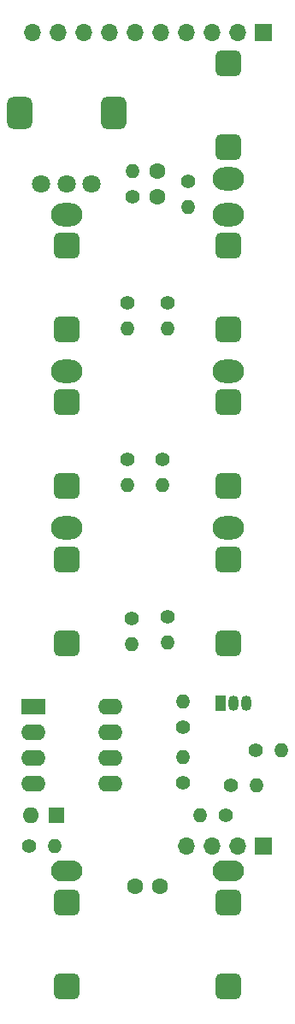
<source format=gbs>
%TF.GenerationSoftware,KiCad,Pcbnew,(6.0.1)*%
%TF.CreationDate,2022-11-12T10:25:45-05:00*%
%TF.ProjectId,ER-MIDI-CV4-02_CTLS,45522d4d-4944-4492-9d43-56342d30325f,1*%
%TF.SameCoordinates,Original*%
%TF.FileFunction,Soldermask,Bot*%
%TF.FilePolarity,Negative*%
%FSLAX46Y46*%
G04 Gerber Fmt 4.6, Leading zero omitted, Abs format (unit mm)*
G04 Created by KiCad (PCBNEW (6.0.1)) date 2022-11-12 10:25:45*
%MOMM*%
%LPD*%
G01*
G04 APERTURE LIST*
G04 Aperture macros list*
%AMRoundRect*
0 Rectangle with rounded corners*
0 $1 Rounding radius*
0 $2 $3 $4 $5 $6 $7 $8 $9 X,Y pos of 4 corners*
0 Add a 4 corners polygon primitive as box body*
4,1,4,$2,$3,$4,$5,$6,$7,$8,$9,$2,$3,0*
0 Add four circle primitives for the rounded corners*
1,1,$1+$1,$2,$3*
1,1,$1+$1,$4,$5*
1,1,$1+$1,$6,$7*
1,1,$1+$1,$8,$9*
0 Add four rect primitives between the rounded corners*
20,1,$1+$1,$2,$3,$4,$5,0*
20,1,$1+$1,$4,$5,$6,$7,0*
20,1,$1+$1,$6,$7,$8,$9,0*
20,1,$1+$1,$8,$9,$2,$3,0*%
G04 Aperture macros list end*
%ADD10C,1.400000*%
%ADD11O,1.400000X1.400000*%
%ADD12C,1.600000*%
%ADD13RoundRect,0.650000X0.650000X0.650000X-0.650000X0.650000X-0.650000X-0.650000X0.650000X-0.650000X0*%
%ADD14O,3.100000X2.100000*%
%ADD15RoundRect,0.625000X0.625000X-0.975000X0.625000X0.975000X-0.625000X0.975000X-0.625000X-0.975000X0*%
%ADD16RoundRect,0.578704X0.671296X-1.021296X0.671296X1.021296X-0.671296X1.021296X-0.671296X-1.021296X0*%
%ADD17C,1.800000*%
%ADD18O,3.100000X2.300000*%
%ADD19R,2.400000X1.600000*%
%ADD20O,2.400000X1.600000*%
%ADD21RoundRect,0.650000X-0.650000X-0.650000X0.650000X-0.650000X0.650000X0.650000X-0.650000X0.650000X0*%
%ADD22R,1.600000X1.600000*%
%ADD23O,1.600000X1.600000*%
%ADD24R,1.050000X1.500000*%
%ADD25O,1.050000X1.500000*%
%ADD26R,1.700000X1.700000*%
%ADD27O,1.700000X1.700000*%
G04 APERTURE END LIST*
D10*
%TO.C,R7*%
X81000000Y-93360000D03*
D11*
X81000000Y-95900000D03*
%TD*%
D12*
%TO.C,C1*%
X80000000Y-51750000D03*
X80000000Y-49250000D03*
%TD*%
D10*
%TO.C,R3*%
X81000000Y-62280000D03*
D11*
X81000000Y-64820000D03*
%TD*%
D12*
%TO.C,C2*%
X77750000Y-120000000D03*
X80250000Y-120000000D03*
%TD*%
D13*
%TO.C,J9*%
X87000000Y-121620000D03*
D14*
X87000000Y-118520000D03*
D13*
X87000000Y-129920000D03*
%TD*%
D15*
%TO.C,RV1*%
X66350000Y-43500000D03*
D16*
X75650000Y-43500000D03*
D17*
X73500000Y-50500000D03*
X71000000Y-50500000D03*
X68500000Y-50500000D03*
%TD*%
D10*
%TO.C,R5*%
X80500000Y-77760000D03*
D11*
X80500000Y-80300000D03*
%TD*%
D10*
%TO.C,R13*%
X67280000Y-116000000D03*
D11*
X69820000Y-116000000D03*
%TD*%
D18*
%TO.C,J4*%
X71000000Y-69020000D03*
D13*
X71000000Y-80420000D03*
X71000000Y-72120000D03*
%TD*%
D18*
%TO.C,J6*%
X71000000Y-84520000D03*
D13*
X71000000Y-95920000D03*
X71000000Y-87620000D03*
%TD*%
D10*
%TO.C,R14*%
X77470000Y-93522000D03*
D11*
X77470000Y-96062000D03*
%TD*%
D19*
%TO.C,U5*%
X67700000Y-102200000D03*
D20*
X67700000Y-104740000D03*
X67700000Y-107280000D03*
X67700000Y-109820000D03*
X75320000Y-109820000D03*
X75320000Y-107280000D03*
X75320000Y-104740000D03*
X75320000Y-102200000D03*
%TD*%
D10*
%TO.C,R1*%
X77500000Y-51720000D03*
D11*
X77500000Y-49180000D03*
%TD*%
D18*
%TO.C,J1*%
X87000000Y-49980000D03*
D21*
X87000000Y-38580000D03*
X87000000Y-46880000D03*
%TD*%
D10*
%TO.C,R2*%
X77000000Y-62280000D03*
D11*
X77000000Y-64820000D03*
%TD*%
D22*
%TO.C,D1*%
X70000000Y-113000000D03*
D23*
X67460000Y-113000000D03*
%TD*%
D18*
%TO.C,J7*%
X87000000Y-84520000D03*
D13*
X87000000Y-95920000D03*
X87000000Y-87620000D03*
%TD*%
D10*
%TO.C,R4*%
X77000000Y-77760000D03*
D11*
X77000000Y-80300000D03*
%TD*%
D18*
%TO.C,J2*%
X71000000Y-53520000D03*
D13*
X71000000Y-64920000D03*
X71000000Y-56620000D03*
%TD*%
D10*
%TO.C,R9*%
X89720000Y-106500000D03*
D11*
X92260000Y-106500000D03*
%TD*%
D24*
%TO.C,Q1*%
X86230000Y-101860000D03*
D25*
X87500000Y-101860000D03*
X88770000Y-101860000D03*
%TD*%
D10*
%TO.C,R10*%
X82499987Y-109719999D03*
D11*
X82499987Y-107179999D03*
%TD*%
D10*
%TO.C,R6*%
X83000000Y-50280000D03*
D11*
X83000000Y-52820000D03*
%TD*%
D18*
%TO.C,J5*%
X87000000Y-69020000D03*
D13*
X87000000Y-80420000D03*
X87000000Y-72120000D03*
%TD*%
D10*
%TO.C,R12*%
X86720000Y-113000000D03*
D11*
X84180000Y-113000000D03*
%TD*%
D18*
%TO.C,J3*%
X87000000Y-53520000D03*
D13*
X87000000Y-64920000D03*
X87000000Y-56620000D03*
%TD*%
D10*
%TO.C,R8*%
X82500000Y-104220000D03*
D11*
X82500000Y-101680000D03*
%TD*%
D13*
%TO.C,J8*%
X71000000Y-121620000D03*
D14*
X71000000Y-118520000D03*
D13*
X71000000Y-129920000D03*
%TD*%
D10*
%TO.C,R11*%
X87280000Y-110000000D03*
D11*
X89820000Y-110000000D03*
%TD*%
D26*
%TO.C,J10*%
X90500000Y-35500000D03*
D27*
X87960000Y-35500000D03*
X85420000Y-35500000D03*
X82880000Y-35500000D03*
X80340000Y-35500000D03*
X77800000Y-35500000D03*
X75260000Y-35500000D03*
X72720000Y-35500000D03*
X70180000Y-35500000D03*
X67640000Y-35500000D03*
%TD*%
D26*
%TO.C,J11*%
X90500000Y-116000000D03*
D27*
X87960000Y-116000000D03*
X85420000Y-116000000D03*
X82880000Y-116000000D03*
%TD*%
M02*

</source>
